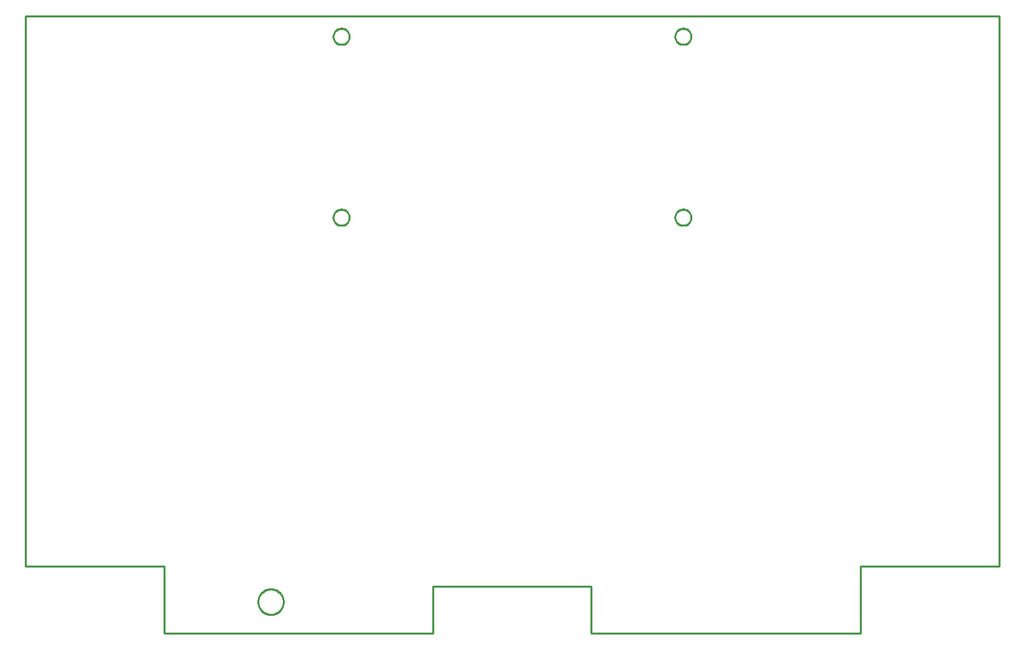
<source format=gbr>
G04 EAGLE Gerber RS-274X export*
G75*
%MOMM*%
%FSLAX34Y34*%
%LPD*%
%IN*%
%IPPOS*%
%AMOC8*
5,1,8,0,0,1.08239X$1,22.5*%
G01*
%ADD10C,0.254000*%


D10*
X0Y85000D02*
X175000Y85000D01*
X175000Y0D01*
X515000Y0D01*
X515000Y60000D01*
X715000Y60000D01*
X715000Y0D01*
X1055000Y0D01*
X1055000Y85000D01*
X1230000Y85000D01*
X1230000Y780000D01*
X0Y780000D01*
X0Y85000D01*
X326000Y39476D02*
X325932Y38431D01*
X325795Y37392D01*
X325590Y36365D01*
X325319Y35353D01*
X324983Y34361D01*
X324582Y33393D01*
X324118Y32454D01*
X323595Y31546D01*
X323013Y30675D01*
X322375Y29844D01*
X321684Y29057D01*
X320943Y28316D01*
X320156Y27625D01*
X319325Y26988D01*
X318454Y26406D01*
X317546Y25882D01*
X316607Y25418D01*
X315639Y25017D01*
X314647Y24681D01*
X313635Y24410D01*
X312608Y24205D01*
X311569Y24069D01*
X310524Y24000D01*
X309476Y24000D01*
X308431Y24069D01*
X307392Y24205D01*
X306365Y24410D01*
X305353Y24681D01*
X304361Y25017D01*
X303393Y25418D01*
X302454Y25882D01*
X301546Y26406D01*
X300675Y26988D01*
X299844Y27625D01*
X299057Y28316D01*
X298316Y29057D01*
X297625Y29844D01*
X296988Y30675D01*
X296406Y31546D01*
X295882Y32454D01*
X295418Y33393D01*
X295017Y34361D01*
X294681Y35353D01*
X294410Y36365D01*
X294205Y37392D01*
X294069Y38431D01*
X294000Y39476D01*
X294000Y40524D01*
X294069Y41569D01*
X294205Y42608D01*
X294410Y43635D01*
X294681Y44647D01*
X295017Y45639D01*
X295418Y46607D01*
X295882Y47546D01*
X296406Y48454D01*
X296988Y49325D01*
X297625Y50156D01*
X298316Y50943D01*
X299057Y51684D01*
X299844Y52375D01*
X300675Y53013D01*
X301546Y53595D01*
X302454Y54118D01*
X303393Y54582D01*
X304361Y54983D01*
X305353Y55319D01*
X306365Y55590D01*
X307392Y55795D01*
X308431Y55932D01*
X309476Y56000D01*
X310524Y56000D01*
X311569Y55932D01*
X312608Y55795D01*
X313635Y55590D01*
X314647Y55319D01*
X315639Y54983D01*
X316607Y54582D01*
X317546Y54118D01*
X318454Y53595D01*
X319325Y53013D01*
X320156Y52375D01*
X320943Y51684D01*
X321684Y50943D01*
X322375Y50156D01*
X323013Y49325D01*
X323595Y48454D01*
X324118Y47546D01*
X324582Y46607D01*
X324983Y45639D01*
X325319Y44647D01*
X325590Y43635D01*
X325795Y42608D01*
X325932Y41569D01*
X326000Y40524D01*
X326000Y39476D01*
X409260Y753856D02*
X409183Y752973D01*
X409029Y752099D01*
X408799Y751242D01*
X408496Y750408D01*
X408121Y749604D01*
X407677Y748836D01*
X407168Y748109D01*
X406598Y747429D01*
X405971Y746802D01*
X405291Y746232D01*
X404564Y745723D01*
X403796Y745279D01*
X402992Y744904D01*
X402158Y744601D01*
X401301Y744371D01*
X400427Y744217D01*
X399544Y744140D01*
X398656Y744140D01*
X397773Y744217D01*
X396899Y744371D01*
X396042Y744601D01*
X395208Y744904D01*
X394404Y745279D01*
X393636Y745723D01*
X392909Y746232D01*
X392229Y746802D01*
X391602Y747429D01*
X391032Y748109D01*
X390523Y748836D01*
X390079Y749604D01*
X389704Y750408D01*
X389401Y751242D01*
X389171Y752099D01*
X389017Y752973D01*
X388940Y753856D01*
X388940Y754744D01*
X389017Y755627D01*
X389171Y756501D01*
X389401Y757358D01*
X389704Y758192D01*
X390079Y758996D01*
X390523Y759764D01*
X391032Y760491D01*
X391602Y761171D01*
X392229Y761798D01*
X392909Y762368D01*
X393636Y762877D01*
X394404Y763321D01*
X395208Y763696D01*
X396042Y763999D01*
X396899Y764229D01*
X397773Y764383D01*
X398656Y764460D01*
X399544Y764460D01*
X400427Y764383D01*
X401301Y764229D01*
X402158Y763999D01*
X402992Y763696D01*
X403796Y763321D01*
X404564Y762877D01*
X405291Y762368D01*
X405971Y761798D01*
X406598Y761171D01*
X407168Y760491D01*
X407677Y759764D01*
X408121Y758996D01*
X408496Y758192D01*
X408799Y757358D01*
X409029Y756501D01*
X409183Y755627D01*
X409260Y754744D01*
X409260Y753856D01*
X841060Y753856D02*
X840983Y752973D01*
X840829Y752099D01*
X840599Y751242D01*
X840296Y750408D01*
X839921Y749604D01*
X839477Y748836D01*
X838968Y748109D01*
X838398Y747429D01*
X837771Y746802D01*
X837091Y746232D01*
X836364Y745723D01*
X835596Y745279D01*
X834792Y744904D01*
X833958Y744601D01*
X833101Y744371D01*
X832227Y744217D01*
X831344Y744140D01*
X830456Y744140D01*
X829573Y744217D01*
X828699Y744371D01*
X827842Y744601D01*
X827008Y744904D01*
X826204Y745279D01*
X825436Y745723D01*
X824709Y746232D01*
X824029Y746802D01*
X823402Y747429D01*
X822832Y748109D01*
X822323Y748836D01*
X821879Y749604D01*
X821504Y750408D01*
X821201Y751242D01*
X820971Y752099D01*
X820817Y752973D01*
X820740Y753856D01*
X820740Y754744D01*
X820817Y755627D01*
X820971Y756501D01*
X821201Y757358D01*
X821504Y758192D01*
X821879Y758996D01*
X822323Y759764D01*
X822832Y760491D01*
X823402Y761171D01*
X824029Y761798D01*
X824709Y762368D01*
X825436Y762877D01*
X826204Y763321D01*
X827008Y763696D01*
X827842Y763999D01*
X828699Y764229D01*
X829573Y764383D01*
X830456Y764460D01*
X831344Y764460D01*
X832227Y764383D01*
X833101Y764229D01*
X833958Y763999D01*
X834792Y763696D01*
X835596Y763321D01*
X836364Y762877D01*
X837091Y762368D01*
X837771Y761798D01*
X838398Y761171D01*
X838968Y760491D01*
X839477Y759764D01*
X839921Y758996D01*
X840296Y758192D01*
X840599Y757358D01*
X840829Y756501D01*
X840983Y755627D01*
X841060Y754744D01*
X841060Y753856D01*
X409260Y525256D02*
X409183Y524373D01*
X409029Y523499D01*
X408799Y522642D01*
X408496Y521808D01*
X408121Y521004D01*
X407677Y520236D01*
X407168Y519509D01*
X406598Y518829D01*
X405971Y518202D01*
X405291Y517632D01*
X404564Y517123D01*
X403796Y516679D01*
X402992Y516304D01*
X402158Y516001D01*
X401301Y515771D01*
X400427Y515617D01*
X399544Y515540D01*
X398656Y515540D01*
X397773Y515617D01*
X396899Y515771D01*
X396042Y516001D01*
X395208Y516304D01*
X394404Y516679D01*
X393636Y517123D01*
X392909Y517632D01*
X392229Y518202D01*
X391602Y518829D01*
X391032Y519509D01*
X390523Y520236D01*
X390079Y521004D01*
X389704Y521808D01*
X389401Y522642D01*
X389171Y523499D01*
X389017Y524373D01*
X388940Y525256D01*
X388940Y526144D01*
X389017Y527027D01*
X389171Y527901D01*
X389401Y528758D01*
X389704Y529592D01*
X390079Y530396D01*
X390523Y531164D01*
X391032Y531891D01*
X391602Y532571D01*
X392229Y533198D01*
X392909Y533768D01*
X393636Y534277D01*
X394404Y534721D01*
X395208Y535096D01*
X396042Y535399D01*
X396899Y535629D01*
X397773Y535783D01*
X398656Y535860D01*
X399544Y535860D01*
X400427Y535783D01*
X401301Y535629D01*
X402158Y535399D01*
X402992Y535096D01*
X403796Y534721D01*
X404564Y534277D01*
X405291Y533768D01*
X405971Y533198D01*
X406598Y532571D01*
X407168Y531891D01*
X407677Y531164D01*
X408121Y530396D01*
X408496Y529592D01*
X408799Y528758D01*
X409029Y527901D01*
X409183Y527027D01*
X409260Y526144D01*
X409260Y525256D01*
X841060Y525256D02*
X840983Y524373D01*
X840829Y523499D01*
X840599Y522642D01*
X840296Y521808D01*
X839921Y521004D01*
X839477Y520236D01*
X838968Y519509D01*
X838398Y518829D01*
X837771Y518202D01*
X837091Y517632D01*
X836364Y517123D01*
X835596Y516679D01*
X834792Y516304D01*
X833958Y516001D01*
X833101Y515771D01*
X832227Y515617D01*
X831344Y515540D01*
X830456Y515540D01*
X829573Y515617D01*
X828699Y515771D01*
X827842Y516001D01*
X827008Y516304D01*
X826204Y516679D01*
X825436Y517123D01*
X824709Y517632D01*
X824029Y518202D01*
X823402Y518829D01*
X822832Y519509D01*
X822323Y520236D01*
X821879Y521004D01*
X821504Y521808D01*
X821201Y522642D01*
X820971Y523499D01*
X820817Y524373D01*
X820740Y525256D01*
X820740Y526144D01*
X820817Y527027D01*
X820971Y527901D01*
X821201Y528758D01*
X821504Y529592D01*
X821879Y530396D01*
X822323Y531164D01*
X822832Y531891D01*
X823402Y532571D01*
X824029Y533198D01*
X824709Y533768D01*
X825436Y534277D01*
X826204Y534721D01*
X827008Y535096D01*
X827842Y535399D01*
X828699Y535629D01*
X829573Y535783D01*
X830456Y535860D01*
X831344Y535860D01*
X832227Y535783D01*
X833101Y535629D01*
X833958Y535399D01*
X834792Y535096D01*
X835596Y534721D01*
X836364Y534277D01*
X837091Y533768D01*
X837771Y533198D01*
X838398Y532571D01*
X838968Y531891D01*
X839477Y531164D01*
X839921Y530396D01*
X840296Y529592D01*
X840599Y528758D01*
X840829Y527901D01*
X840983Y527027D01*
X841060Y526144D01*
X841060Y525256D01*
M02*

</source>
